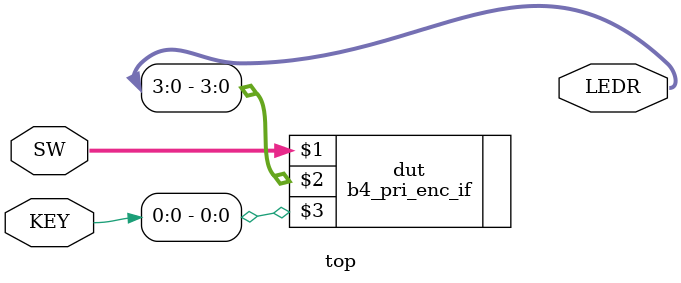
<source format=v>
module top (SW, KEY, LEDR);

    input wire [9:0] SW;        // DE-series switches
    input wire [3:0] KEY;       // DE-series pushbuttons

    output wire [9:0] LEDR;     // DE-series LEDs   

    b4_pri_enc_if dut (SW[9:0], LEDR[3:0], KEY[0]);
 
endmodule


</source>
